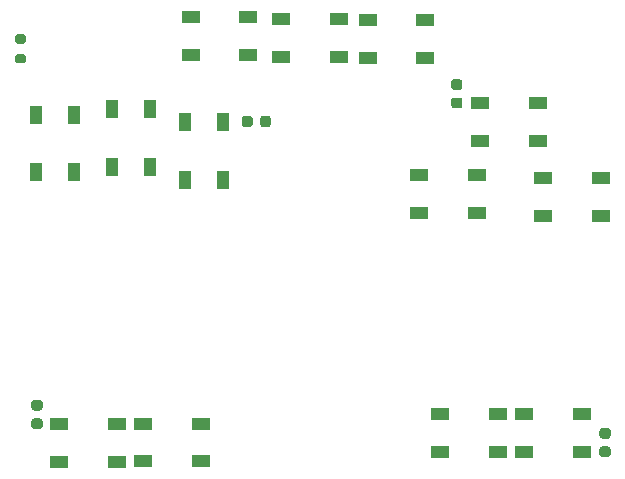
<source format=gbr>
%TF.GenerationSoftware,KiCad,Pcbnew,(5.1.10)-1*%
%TF.CreationDate,2021-10-30T00:49:30-07:00*%
%TF.ProjectId,ANT SEL Panel PCB V2,414e5420-5345-44c2-9050-616e656c2050,rev?*%
%TF.SameCoordinates,Original*%
%TF.FileFunction,Paste,Top*%
%TF.FilePolarity,Positive*%
%FSLAX46Y46*%
G04 Gerber Fmt 4.6, Leading zero omitted, Abs format (unit mm)*
G04 Created by KiCad (PCBNEW (5.1.10)-1) date 2021-10-30 00:49:30*
%MOMM*%
%LPD*%
G01*
G04 APERTURE LIST*
%ADD10R,1.500000X1.000000*%
%ADD11R,1.000000X1.500000*%
G04 APERTURE END LIST*
%TO.C,R1*%
G36*
G01*
X93602220Y-42170300D02*
X93052220Y-42170300D01*
G75*
G02*
X92852220Y-41970300I0J200000D01*
G01*
X92852220Y-41570300D01*
G75*
G02*
X93052220Y-41370300I200000J0D01*
G01*
X93602220Y-41370300D01*
G75*
G02*
X93802220Y-41570300I0J-200000D01*
G01*
X93802220Y-41970300D01*
G75*
G02*
X93602220Y-42170300I-200000J0D01*
G01*
G37*
G36*
G01*
X93602220Y-43820300D02*
X93052220Y-43820300D01*
G75*
G02*
X92852220Y-43620300I0J200000D01*
G01*
X92852220Y-43220300D01*
G75*
G02*
X93052220Y-43020300I200000J0D01*
G01*
X93602220Y-43020300D01*
G75*
G02*
X93802220Y-43220300I0J-200000D01*
G01*
X93802220Y-43620300D01*
G75*
G02*
X93602220Y-43820300I-200000J0D01*
G01*
G37*
%TD*%
%TO.C,C5*%
G36*
G01*
X94974220Y-73222940D02*
X94474220Y-73222940D01*
G75*
G02*
X94249220Y-72997940I0J225000D01*
G01*
X94249220Y-72547940D01*
G75*
G02*
X94474220Y-72322940I225000J0D01*
G01*
X94974220Y-72322940D01*
G75*
G02*
X95199220Y-72547940I0J-225000D01*
G01*
X95199220Y-72997940D01*
G75*
G02*
X94974220Y-73222940I-225000J0D01*
G01*
G37*
G36*
G01*
X94974220Y-74772940D02*
X94474220Y-74772940D01*
G75*
G02*
X94249220Y-74547940I0J225000D01*
G01*
X94249220Y-74097940D01*
G75*
G02*
X94474220Y-73872940I225000J0D01*
G01*
X94974220Y-73872940D01*
G75*
G02*
X95199220Y-74097940I0J-225000D01*
G01*
X95199220Y-74547940D01*
G75*
G02*
X94974220Y-74772940I-225000J0D01*
G01*
G37*
%TD*%
%TO.C,C4*%
G36*
G01*
X142566580Y-76252920D02*
X143066580Y-76252920D01*
G75*
G02*
X143291580Y-76477920I0J-225000D01*
G01*
X143291580Y-76927920D01*
G75*
G02*
X143066580Y-77152920I-225000J0D01*
G01*
X142566580Y-77152920D01*
G75*
G02*
X142341580Y-76927920I0J225000D01*
G01*
X142341580Y-76477920D01*
G75*
G02*
X142566580Y-76252920I225000J0D01*
G01*
G37*
G36*
G01*
X142566580Y-74702920D02*
X143066580Y-74702920D01*
G75*
G02*
X143291580Y-74927920I0J-225000D01*
G01*
X143291580Y-75377920D01*
G75*
G02*
X143066580Y-75602920I-225000J0D01*
G01*
X142566580Y-75602920D01*
G75*
G02*
X142341580Y-75377920I0J225000D01*
G01*
X142341580Y-74927920D01*
G75*
G02*
X142566580Y-74702920I225000J0D01*
G01*
G37*
%TD*%
%TO.C,C3*%
G36*
G01*
X130513900Y-46072880D02*
X130013900Y-46072880D01*
G75*
G02*
X129788900Y-45847880I0J225000D01*
G01*
X129788900Y-45397880D01*
G75*
G02*
X130013900Y-45172880I225000J0D01*
G01*
X130513900Y-45172880D01*
G75*
G02*
X130738900Y-45397880I0J-225000D01*
G01*
X130738900Y-45847880D01*
G75*
G02*
X130513900Y-46072880I-225000J0D01*
G01*
G37*
G36*
G01*
X130513900Y-47622880D02*
X130013900Y-47622880D01*
G75*
G02*
X129788900Y-47397880I0J225000D01*
G01*
X129788900Y-46947880D01*
G75*
G02*
X130013900Y-46722880I225000J0D01*
G01*
X130513900Y-46722880D01*
G75*
G02*
X130738900Y-46947880I0J-225000D01*
G01*
X130738900Y-47397880D01*
G75*
G02*
X130513900Y-47622880I-225000J0D01*
G01*
G37*
%TD*%
%TO.C,C2*%
G36*
G01*
X112974240Y-48495140D02*
X112974240Y-48995140D01*
G75*
G02*
X112749240Y-49220140I-225000J0D01*
G01*
X112299240Y-49220140D01*
G75*
G02*
X112074240Y-48995140I0J225000D01*
G01*
X112074240Y-48495140D01*
G75*
G02*
X112299240Y-48270140I225000J0D01*
G01*
X112749240Y-48270140D01*
G75*
G02*
X112974240Y-48495140I0J-225000D01*
G01*
G37*
G36*
G01*
X114524240Y-48495140D02*
X114524240Y-48995140D01*
G75*
G02*
X114299240Y-49220140I-225000J0D01*
G01*
X113849240Y-49220140D01*
G75*
G02*
X113624240Y-48995140I0J225000D01*
G01*
X113624240Y-48495140D01*
G75*
G02*
X113849240Y-48270140I225000J0D01*
G01*
X114299240Y-48270140D01*
G75*
G02*
X114524240Y-48495140I0J-225000D01*
G01*
G37*
%TD*%
D10*
%TO.C,D13*%
X135941200Y-73507600D03*
X135941200Y-76707600D03*
X140841200Y-73507600D03*
X140841200Y-76707600D03*
%TD*%
%TO.C,D12*%
X128829200Y-73507600D03*
X128829200Y-76707600D03*
X133729200Y-73507600D03*
X133729200Y-76707600D03*
%TD*%
%TO.C,D11*%
X103710200Y-74320400D03*
X103710200Y-77520400D03*
X108610200Y-74320400D03*
X108610200Y-77520400D03*
%TD*%
%TO.C,D10*%
X96610200Y-74346000D03*
X96610200Y-77546000D03*
X101510200Y-74346000D03*
X101510200Y-77546000D03*
%TD*%
%TO.C,D9*%
X137605200Y-53518000D03*
X137605200Y-56718000D03*
X142505200Y-53518000D03*
X142505200Y-56718000D03*
%TD*%
%TO.C,D8*%
X132221200Y-47168000D03*
X132221200Y-50368000D03*
X137121200Y-47168000D03*
X137121200Y-50368000D03*
%TD*%
%TO.C,D7*%
X131978200Y-56489200D03*
X131978200Y-53289200D03*
X127078200Y-56489200D03*
X127078200Y-53289200D03*
%TD*%
D11*
%TO.C,D6*%
X107239200Y-53668000D03*
X110439200Y-53668000D03*
X107239200Y-48768000D03*
X110439200Y-48768000D03*
%TD*%
%TO.C,D5*%
X101092200Y-52601200D03*
X104292200Y-52601200D03*
X101092200Y-47701200D03*
X104292200Y-47701200D03*
%TD*%
%TO.C,D4*%
X94640800Y-53058400D03*
X97840800Y-53058400D03*
X94640800Y-48158400D03*
X97840800Y-48158400D03*
%TD*%
D10*
%TO.C,D3*%
X122709200Y-40182800D03*
X122709200Y-43382800D03*
X127609200Y-40182800D03*
X127609200Y-43382800D03*
%TD*%
%TO.C,D2*%
X115406200Y-40106800D03*
X115406200Y-43306800D03*
X120306200Y-40106800D03*
X120306200Y-43306800D03*
%TD*%
%TO.C,D1*%
X107723200Y-39929200D03*
X107723200Y-43129200D03*
X112623200Y-39929200D03*
X112623200Y-43129200D03*
%TD*%
M02*

</source>
